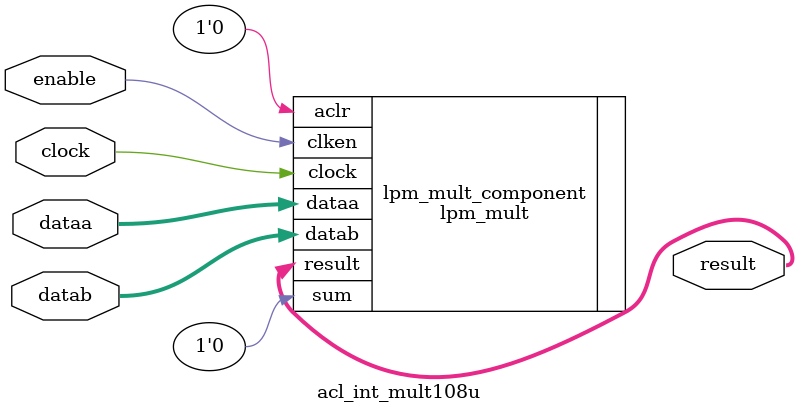
<source format=v>
    


module acl_int_mult108u (clock, enable, dataa, datab, result);
  input clock, enable;
  input [53:0] dataa;
  input [53:0] datab;
  output [107:0] result;

  lpm_mult  lpm_mult_component (
        .clock (clock),
        .dataa (dataa),
        .datab (datab),
        .clken (enable),
        .result (result),
        .aclr (1'b0),
        .sum (1'b0));
  defparam
    lpm_mult_component.lpm_hint = "MAXIMIZE_SPEED=9",
    lpm_mult_component.lpm_pipeline = 3,
    lpm_mult_component.lpm_representation = "UNSIGNED",
    lpm_mult_component.lpm_type = "LPM_MULT",
    lpm_mult_component.lpm_widtha = 54,
    lpm_mult_component.lpm_widthb = 54,
    lpm_mult_component.lpm_widthp = 108;
    
endmodule


</source>
